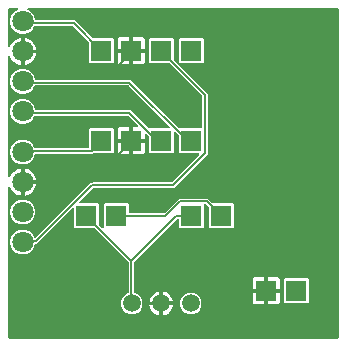
<source format=gbr>
G04 EAGLE Gerber RS-274X export*
G75*
%MOMM*%
%FSLAX34Y34*%
%LPD*%
%INTop Copper*%
%IPPOS*%
%AMOC8*
5,1,8,0,0,1.08239X$1,22.5*%
G01*
%ADD10C,1.800000*%
%ADD11R,1.800000X1.800000*%
%ADD12C,1.508000*%
%ADD13C,0.152400*%

G36*
X289098Y10164D02*
X289098Y10164D01*
X289117Y10162D01*
X289219Y10184D01*
X289321Y10200D01*
X289338Y10210D01*
X289358Y10214D01*
X289447Y10267D01*
X289538Y10316D01*
X289552Y10330D01*
X289569Y10340D01*
X289636Y10419D01*
X289708Y10494D01*
X289716Y10512D01*
X289729Y10527D01*
X289768Y10623D01*
X289811Y10717D01*
X289813Y10737D01*
X289821Y10755D01*
X289839Y10922D01*
X289839Y289078D01*
X289836Y289098D01*
X289838Y289117D01*
X289816Y289219D01*
X289800Y289321D01*
X289790Y289338D01*
X289786Y289358D01*
X289733Y289447D01*
X289684Y289538D01*
X289670Y289552D01*
X289660Y289569D01*
X289581Y289636D01*
X289506Y289708D01*
X289488Y289716D01*
X289473Y289729D01*
X289377Y289768D01*
X289283Y289811D01*
X289263Y289813D01*
X289245Y289821D01*
X289078Y289839D01*
X26972Y289839D01*
X26876Y289824D01*
X26779Y289814D01*
X26755Y289804D01*
X26729Y289800D01*
X26643Y289754D01*
X26554Y289714D01*
X26535Y289697D01*
X26512Y289684D01*
X26445Y289614D01*
X26373Y289548D01*
X26360Y289525D01*
X26342Y289506D01*
X26301Y289418D01*
X26254Y289332D01*
X26250Y289307D01*
X26239Y289283D01*
X26228Y289186D01*
X26211Y289090D01*
X26214Y289064D01*
X26212Y289039D01*
X26232Y288943D01*
X26246Y288847D01*
X26258Y288824D01*
X26264Y288798D01*
X26314Y288715D01*
X26358Y288628D01*
X26377Y288609D01*
X26390Y288587D01*
X26464Y288524D01*
X26533Y288456D01*
X26562Y288440D01*
X26577Y288427D01*
X26608Y288415D01*
X26680Y288375D01*
X28352Y287682D01*
X31312Y284722D01*
X32915Y280853D01*
X32915Y280416D01*
X32918Y280396D01*
X32916Y280377D01*
X32938Y280275D01*
X32954Y280173D01*
X32964Y280156D01*
X32968Y280136D01*
X33021Y280047D01*
X33070Y279956D01*
X33084Y279942D01*
X33094Y279925D01*
X33173Y279858D01*
X33248Y279786D01*
X33266Y279778D01*
X33281Y279765D01*
X33377Y279726D01*
X33471Y279683D01*
X33491Y279681D01*
X33509Y279673D01*
X33676Y279655D01*
X66479Y279655D01*
X81386Y264748D01*
X81460Y264695D01*
X81530Y264635D01*
X81560Y264623D01*
X81586Y264604D01*
X81673Y264577D01*
X81758Y264543D01*
X81799Y264539D01*
X81821Y264532D01*
X81853Y264533D01*
X81924Y264525D01*
X98532Y264525D01*
X99425Y263632D01*
X99425Y244368D01*
X98532Y243475D01*
X79268Y243475D01*
X78375Y244368D01*
X78375Y260976D01*
X78361Y261066D01*
X78353Y261157D01*
X78341Y261186D01*
X78336Y261218D01*
X78293Y261299D01*
X78257Y261383D01*
X78231Y261415D01*
X78220Y261436D01*
X78197Y261458D01*
X78152Y261514D01*
X64808Y274858D01*
X64734Y274911D01*
X64664Y274971D01*
X64634Y274983D01*
X64608Y275002D01*
X64521Y275029D01*
X64436Y275063D01*
X64395Y275067D01*
X64373Y275074D01*
X64341Y275073D01*
X64269Y275081D01*
X32767Y275081D01*
X32652Y275062D01*
X32536Y275045D01*
X32530Y275043D01*
X32524Y275042D01*
X32421Y274987D01*
X32317Y274934D01*
X32312Y274929D01*
X32307Y274926D01*
X32227Y274842D01*
X32144Y274758D01*
X32141Y274752D01*
X32137Y274748D01*
X32129Y274731D01*
X32063Y274611D01*
X31312Y272798D01*
X28352Y269838D01*
X24483Y268235D01*
X20297Y268235D01*
X16428Y269838D01*
X13468Y272798D01*
X11865Y276667D01*
X11865Y280853D01*
X13468Y284722D01*
X16428Y287682D01*
X18100Y288375D01*
X18183Y288426D01*
X18268Y288472D01*
X18286Y288490D01*
X18309Y288504D01*
X18371Y288580D01*
X18438Y288650D01*
X18449Y288674D01*
X18465Y288694D01*
X18500Y288785D01*
X18541Y288873D01*
X18544Y288899D01*
X18554Y288923D01*
X18558Y289021D01*
X18568Y289117D01*
X18563Y289143D01*
X18564Y289169D01*
X18537Y289263D01*
X18516Y289358D01*
X18503Y289380D01*
X18496Y289405D01*
X18440Y289485D01*
X18390Y289569D01*
X18370Y289586D01*
X18355Y289607D01*
X18277Y289666D01*
X18203Y289729D01*
X18179Y289739D01*
X18158Y289754D01*
X18065Y289784D01*
X17975Y289821D01*
X17943Y289824D01*
X17924Y289830D01*
X17891Y289830D01*
X17808Y289839D01*
X10922Y289839D01*
X10902Y289836D01*
X10883Y289838D01*
X10781Y289816D01*
X10679Y289800D01*
X10662Y289790D01*
X10642Y289786D01*
X10553Y289733D01*
X10462Y289684D01*
X10448Y289670D01*
X10431Y289660D01*
X10364Y289581D01*
X10292Y289506D01*
X10284Y289488D01*
X10271Y289473D01*
X10232Y289377D01*
X10189Y289283D01*
X10187Y289263D01*
X10179Y289245D01*
X10161Y289078D01*
X10161Y257875D01*
X10161Y257871D01*
X10161Y257867D01*
X10181Y257748D01*
X10200Y257632D01*
X10202Y257629D01*
X10203Y257625D01*
X10260Y257519D01*
X10316Y257415D01*
X10318Y257412D01*
X10320Y257409D01*
X10408Y257327D01*
X10494Y257246D01*
X10498Y257244D01*
X10501Y257241D01*
X10609Y257192D01*
X10717Y257142D01*
X10721Y257142D01*
X10725Y257140D01*
X10845Y257128D01*
X10961Y257115D01*
X10965Y257116D01*
X10969Y257115D01*
X11085Y257142D01*
X11202Y257167D01*
X11205Y257169D01*
X11209Y257170D01*
X11310Y257232D01*
X11413Y257293D01*
X11416Y257296D01*
X11419Y257298D01*
X11495Y257389D01*
X11573Y257480D01*
X11574Y257484D01*
X11577Y257487D01*
X11646Y257640D01*
X11695Y257790D01*
X12519Y259409D01*
X13587Y260878D01*
X14872Y262163D01*
X16341Y263231D01*
X17960Y264055D01*
X19688Y264617D01*
X20867Y264803D01*
X20867Y254122D01*
X20870Y254102D01*
X20868Y254083D01*
X20890Y253981D01*
X20907Y253879D01*
X20916Y253862D01*
X20920Y253842D01*
X20973Y253753D01*
X21022Y253662D01*
X21036Y253648D01*
X21046Y253631D01*
X21125Y253564D01*
X21200Y253493D01*
X21218Y253484D01*
X21233Y253471D01*
X21329Y253433D01*
X21423Y253389D01*
X21443Y253387D01*
X21461Y253379D01*
X21628Y253361D01*
X22391Y253361D01*
X22391Y253359D01*
X21628Y253359D01*
X21608Y253356D01*
X21589Y253358D01*
X21487Y253336D01*
X21385Y253319D01*
X21368Y253310D01*
X21348Y253306D01*
X21259Y253253D01*
X21168Y253204D01*
X21154Y253190D01*
X21137Y253180D01*
X21070Y253101D01*
X20999Y253026D01*
X20990Y253008D01*
X20977Y252993D01*
X20938Y252897D01*
X20895Y252803D01*
X20893Y252783D01*
X20885Y252765D01*
X20867Y252598D01*
X20867Y241917D01*
X19688Y242103D01*
X17960Y242665D01*
X16341Y243489D01*
X14872Y244557D01*
X13587Y245842D01*
X12519Y247311D01*
X11695Y248930D01*
X11646Y249080D01*
X11644Y249084D01*
X11643Y249088D01*
X11589Y249191D01*
X11533Y249299D01*
X11530Y249302D01*
X11528Y249305D01*
X11443Y249386D01*
X11357Y249470D01*
X11353Y249472D01*
X11350Y249474D01*
X11242Y249524D01*
X11135Y249576D01*
X11131Y249576D01*
X11127Y249578D01*
X11009Y249591D01*
X10890Y249606D01*
X10887Y249605D01*
X10883Y249605D01*
X10765Y249580D01*
X10650Y249556D01*
X10646Y249554D01*
X10642Y249553D01*
X10540Y249492D01*
X10437Y249432D01*
X10434Y249429D01*
X10431Y249427D01*
X10353Y249336D01*
X10275Y249247D01*
X10274Y249243D01*
X10271Y249240D01*
X10226Y249128D01*
X10181Y249019D01*
X10181Y249015D01*
X10179Y249012D01*
X10161Y248845D01*
X10161Y147385D01*
X10161Y147381D01*
X10161Y147377D01*
X10181Y147259D01*
X10200Y147142D01*
X10202Y147139D01*
X10203Y147135D01*
X10260Y147030D01*
X10316Y146925D01*
X10318Y146922D01*
X10320Y146919D01*
X10408Y146837D01*
X10494Y146756D01*
X10498Y146754D01*
X10501Y146751D01*
X10609Y146702D01*
X10717Y146652D01*
X10721Y146651D01*
X10725Y146650D01*
X10845Y146638D01*
X10961Y146625D01*
X10965Y146626D01*
X10969Y146625D01*
X11086Y146652D01*
X11202Y146677D01*
X11205Y146679D01*
X11209Y146680D01*
X11310Y146742D01*
X11413Y146803D01*
X11416Y146806D01*
X11419Y146808D01*
X11496Y146900D01*
X11573Y146990D01*
X11574Y146994D01*
X11577Y146997D01*
X11646Y147150D01*
X11695Y147300D01*
X12519Y148919D01*
X13587Y150388D01*
X14872Y151673D01*
X16341Y152741D01*
X17960Y153565D01*
X19688Y154127D01*
X20867Y154313D01*
X20867Y143632D01*
X20870Y143612D01*
X20868Y143593D01*
X20890Y143491D01*
X20907Y143389D01*
X20916Y143372D01*
X20920Y143352D01*
X20973Y143263D01*
X21022Y143172D01*
X21036Y143158D01*
X21046Y143141D01*
X21125Y143074D01*
X21200Y143003D01*
X21218Y142994D01*
X21233Y142981D01*
X21329Y142943D01*
X21423Y142899D01*
X21443Y142897D01*
X21461Y142889D01*
X21628Y142871D01*
X22391Y142871D01*
X22391Y142869D01*
X21628Y142869D01*
X21608Y142866D01*
X21589Y142868D01*
X21487Y142846D01*
X21385Y142829D01*
X21368Y142820D01*
X21348Y142816D01*
X21259Y142763D01*
X21168Y142714D01*
X21154Y142700D01*
X21137Y142690D01*
X21070Y142611D01*
X20999Y142536D01*
X20990Y142518D01*
X20977Y142503D01*
X20938Y142407D01*
X20895Y142313D01*
X20893Y142293D01*
X20885Y142275D01*
X20867Y142108D01*
X20867Y131427D01*
X19688Y131613D01*
X17960Y132175D01*
X16341Y132999D01*
X14872Y134067D01*
X13587Y135352D01*
X12519Y136821D01*
X11695Y138440D01*
X11646Y138590D01*
X11644Y138594D01*
X11643Y138598D01*
X11588Y138702D01*
X11533Y138809D01*
X11530Y138812D01*
X11528Y138815D01*
X11442Y138897D01*
X11357Y138980D01*
X11353Y138982D01*
X11350Y138984D01*
X11242Y139034D01*
X11135Y139086D01*
X11131Y139086D01*
X11127Y139088D01*
X11009Y139101D01*
X10891Y139116D01*
X10887Y139115D01*
X10883Y139115D01*
X10766Y139090D01*
X10650Y139066D01*
X10646Y139064D01*
X10642Y139063D01*
X10539Y139002D01*
X10437Y138942D01*
X10435Y138939D01*
X10431Y138937D01*
X10352Y138845D01*
X10275Y138757D01*
X10274Y138753D01*
X10271Y138750D01*
X10226Y138637D01*
X10181Y138529D01*
X10181Y138525D01*
X10179Y138522D01*
X10161Y138355D01*
X10161Y10922D01*
X10164Y10902D01*
X10162Y10883D01*
X10184Y10781D01*
X10200Y10679D01*
X10210Y10662D01*
X10214Y10642D01*
X10267Y10553D01*
X10316Y10462D01*
X10330Y10448D01*
X10340Y10431D01*
X10419Y10364D01*
X10494Y10292D01*
X10512Y10284D01*
X10527Y10271D01*
X10623Y10232D01*
X10717Y10189D01*
X10737Y10187D01*
X10755Y10179D01*
X10922Y10161D01*
X289078Y10161D01*
X289098Y10164D01*
G37*
%LPC*%
G36*
X112897Y30935D02*
X112897Y30935D01*
X109565Y32315D01*
X107015Y34865D01*
X105635Y38197D01*
X105635Y41803D01*
X107015Y45135D01*
X109565Y47685D01*
X111543Y48504D01*
X111643Y48566D01*
X111743Y48626D01*
X111747Y48630D01*
X111752Y48634D01*
X111827Y48724D01*
X111903Y48812D01*
X111905Y48818D01*
X111909Y48823D01*
X111951Y48932D01*
X111995Y49041D01*
X111996Y49048D01*
X111997Y49053D01*
X111998Y49071D01*
X112013Y49207D01*
X112013Y74938D01*
X111999Y75028D01*
X111991Y75119D01*
X111979Y75148D01*
X111974Y75180D01*
X111931Y75261D01*
X111895Y75345D01*
X111869Y75377D01*
X111858Y75398D01*
X111835Y75420D01*
X111790Y75476D01*
X83714Y103552D01*
X83640Y103605D01*
X83570Y103665D01*
X83540Y103677D01*
X83514Y103696D01*
X83427Y103723D01*
X83342Y103757D01*
X83301Y103761D01*
X83279Y103768D01*
X83247Y103767D01*
X83176Y103775D01*
X66568Y103775D01*
X65675Y104668D01*
X65675Y120040D01*
X65664Y120110D01*
X65662Y120182D01*
X65644Y120231D01*
X65636Y120282D01*
X65602Y120346D01*
X65577Y120413D01*
X65545Y120454D01*
X65520Y120500D01*
X65468Y120549D01*
X65424Y120605D01*
X65380Y120633D01*
X65342Y120669D01*
X65277Y120699D01*
X65217Y120738D01*
X65166Y120751D01*
X65119Y120773D01*
X65048Y120781D01*
X64978Y120798D01*
X64926Y120794D01*
X64875Y120800D01*
X64804Y120785D01*
X64733Y120779D01*
X64685Y120759D01*
X64634Y120748D01*
X64573Y120711D01*
X64507Y120683D01*
X64451Y120638D01*
X64423Y120621D01*
X64408Y120604D01*
X64376Y120578D01*
X34475Y90677D01*
X33676Y90677D01*
X33656Y90674D01*
X33637Y90676D01*
X33535Y90654D01*
X33433Y90638D01*
X33416Y90628D01*
X33396Y90624D01*
X33307Y90571D01*
X33216Y90522D01*
X33202Y90508D01*
X33185Y90498D01*
X33118Y90419D01*
X33046Y90344D01*
X33038Y90326D01*
X33025Y90311D01*
X32986Y90215D01*
X32943Y90121D01*
X32941Y90101D01*
X32933Y90083D01*
X32924Y89999D01*
X31312Y86108D01*
X28352Y83148D01*
X24483Y81545D01*
X20297Y81545D01*
X16428Y83148D01*
X13468Y86108D01*
X11865Y89977D01*
X11865Y94163D01*
X13468Y98032D01*
X16428Y100992D01*
X20297Y102595D01*
X24483Y102595D01*
X28352Y100992D01*
X31312Y98032D01*
X32062Y96221D01*
X32087Y96182D01*
X32102Y96139D01*
X32151Y96078D01*
X32192Y96012D01*
X32228Y95983D01*
X32256Y95947D01*
X32322Y95905D01*
X32382Y95855D01*
X32424Y95839D01*
X32463Y95814D01*
X32539Y95795D01*
X32611Y95767D01*
X32657Y95765D01*
X32702Y95754D01*
X32779Y95760D01*
X32857Y95756D01*
X32901Y95769D01*
X32947Y95773D01*
X33018Y95803D01*
X33093Y95825D01*
X33131Y95851D01*
X33173Y95869D01*
X33280Y95955D01*
X33295Y95965D01*
X33298Y95969D01*
X33304Y95974D01*
X78262Y140932D01*
X79825Y142495D01*
X148089Y142495D01*
X148180Y142509D01*
X148270Y142517D01*
X148300Y142529D01*
X148332Y142534D01*
X148413Y142577D01*
X148497Y142613D01*
X148529Y142639D01*
X148550Y142650D01*
X148572Y142673D01*
X148628Y142718D01*
X171886Y165976D01*
X171928Y166034D01*
X171977Y166086D01*
X171999Y166133D01*
X172029Y166175D01*
X172050Y166244D01*
X172081Y166309D01*
X172086Y166361D01*
X172102Y166411D01*
X172100Y166482D01*
X172108Y166553D01*
X172097Y166604D01*
X172095Y166656D01*
X172071Y166724D01*
X172056Y166794D01*
X172029Y166839D01*
X172011Y166887D01*
X171966Y166943D01*
X171929Y167005D01*
X171890Y167039D01*
X171857Y167079D01*
X171797Y167118D01*
X171742Y167165D01*
X171694Y167184D01*
X171650Y167212D01*
X171581Y167230D01*
X171514Y167257D01*
X171443Y167265D01*
X171412Y167273D01*
X171388Y167271D01*
X171348Y167275D01*
X155468Y167275D01*
X154575Y168168D01*
X154575Y181727D01*
X154561Y181818D01*
X154553Y181908D01*
X154541Y181938D01*
X154536Y181970D01*
X154493Y182051D01*
X154457Y182135D01*
X154431Y182167D01*
X154420Y182188D01*
X154397Y182210D01*
X154352Y182266D01*
X151524Y185094D01*
X151466Y185136D01*
X151414Y185185D01*
X151367Y185207D01*
X151325Y185237D01*
X151256Y185258D01*
X151191Y185289D01*
X151139Y185294D01*
X151089Y185310D01*
X151018Y185308D01*
X150947Y185316D01*
X150896Y185305D01*
X150844Y185303D01*
X150776Y185279D01*
X150706Y185264D01*
X150661Y185237D01*
X150613Y185219D01*
X150557Y185174D01*
X150495Y185137D01*
X150461Y185098D01*
X150421Y185065D01*
X150382Y185005D01*
X150335Y184950D01*
X150316Y184902D01*
X150288Y184858D01*
X150270Y184789D01*
X150243Y184722D01*
X150235Y184651D01*
X150227Y184620D01*
X150229Y184596D01*
X150225Y184556D01*
X150225Y168168D01*
X149332Y167275D01*
X130068Y167275D01*
X129175Y168168D01*
X129175Y181219D01*
X129161Y181310D01*
X129153Y181400D01*
X129141Y181430D01*
X129136Y181462D01*
X129093Y181543D01*
X129057Y181627D01*
X129031Y181659D01*
X129020Y181680D01*
X128997Y181702D01*
X128952Y181758D01*
X127140Y183570D01*
X127082Y183612D01*
X127030Y183661D01*
X126983Y183683D01*
X126941Y183713D01*
X126872Y183734D01*
X126807Y183765D01*
X126755Y183770D01*
X126705Y183786D01*
X126634Y183784D01*
X126563Y183792D01*
X126512Y183781D01*
X126460Y183779D01*
X126392Y183755D01*
X126322Y183740D01*
X126277Y183713D01*
X126229Y183695D01*
X126173Y183650D01*
X126111Y183613D01*
X126077Y183574D01*
X126037Y183541D01*
X125998Y183481D01*
X125951Y183426D01*
X125932Y183378D01*
X125904Y183334D01*
X125886Y183265D01*
X125859Y183198D01*
X125851Y183127D01*
X125843Y183096D01*
X125845Y183072D01*
X125841Y183032D01*
X125841Y179323D01*
X115823Y179323D01*
X115823Y189341D01*
X119532Y189341D01*
X119602Y189352D01*
X119674Y189354D01*
X119723Y189372D01*
X119774Y189380D01*
X119838Y189414D01*
X119905Y189439D01*
X119946Y189471D01*
X119992Y189496D01*
X120041Y189548D01*
X120097Y189592D01*
X120125Y189636D01*
X120161Y189674D01*
X120191Y189739D01*
X120230Y189799D01*
X120243Y189850D01*
X120265Y189897D01*
X120273Y189968D01*
X120290Y190038D01*
X120286Y190090D01*
X120292Y190141D01*
X120277Y190212D01*
X120271Y190283D01*
X120251Y190331D01*
X120240Y190382D01*
X120203Y190443D01*
X120175Y190509D01*
X120130Y190565D01*
X120113Y190593D01*
X120096Y190608D01*
X120070Y190640D01*
X112052Y198658D01*
X111978Y198711D01*
X111908Y198771D01*
X111878Y198783D01*
X111852Y198802D01*
X111765Y198829D01*
X111680Y198863D01*
X111639Y198867D01*
X111617Y198874D01*
X111585Y198873D01*
X111513Y198881D01*
X32767Y198881D01*
X32652Y198862D01*
X32536Y198845D01*
X32530Y198843D01*
X32524Y198842D01*
X32421Y198787D01*
X32317Y198734D01*
X32312Y198729D01*
X32307Y198726D01*
X32227Y198642D01*
X32144Y198558D01*
X32141Y198552D01*
X32137Y198548D01*
X32129Y198531D01*
X32063Y198411D01*
X31312Y196598D01*
X28352Y193638D01*
X24483Y192035D01*
X20297Y192035D01*
X16428Y193638D01*
X13468Y196598D01*
X11865Y200467D01*
X11865Y204653D01*
X13468Y208522D01*
X16428Y211482D01*
X20297Y213085D01*
X24483Y213085D01*
X28352Y211482D01*
X31312Y208522D01*
X32915Y204653D01*
X32915Y204216D01*
X32918Y204196D01*
X32916Y204177D01*
X32938Y204075D01*
X32954Y203973D01*
X32964Y203956D01*
X32968Y203936D01*
X33021Y203847D01*
X33070Y203756D01*
X33084Y203742D01*
X33094Y203725D01*
X33173Y203658D01*
X33248Y203586D01*
X33266Y203578D01*
X33281Y203565D01*
X33377Y203526D01*
X33471Y203483D01*
X33491Y203481D01*
X33509Y203473D01*
X33676Y203455D01*
X113723Y203455D01*
X128923Y188255D01*
X128939Y188244D01*
X128951Y188228D01*
X129039Y188172D01*
X129122Y188112D01*
X129141Y188106D01*
X129158Y188095D01*
X129258Y188070D01*
X129357Y188039D01*
X129377Y188040D01*
X129397Y188035D01*
X129500Y188043D01*
X129603Y188046D01*
X129622Y188053D01*
X129642Y188054D01*
X129737Y188095D01*
X129834Y188130D01*
X129850Y188143D01*
X129868Y188151D01*
X129999Y188255D01*
X130068Y188325D01*
X146456Y188325D01*
X146526Y188336D01*
X146598Y188338D01*
X146647Y188356D01*
X146698Y188364D01*
X146762Y188398D01*
X146829Y188423D01*
X146870Y188455D01*
X146916Y188480D01*
X146965Y188532D01*
X147021Y188576D01*
X147049Y188620D01*
X147085Y188658D01*
X147115Y188723D01*
X147154Y188783D01*
X147167Y188834D01*
X147189Y188881D01*
X147197Y188952D01*
X147214Y189022D01*
X147210Y189074D01*
X147216Y189125D01*
X147201Y189196D01*
X147195Y189267D01*
X147175Y189315D01*
X147164Y189366D01*
X147127Y189427D01*
X147099Y189493D01*
X147054Y189549D01*
X147037Y189577D01*
X147020Y189592D01*
X146994Y189624D01*
X112052Y224566D01*
X111978Y224619D01*
X111908Y224679D01*
X111878Y224691D01*
X111852Y224710D01*
X111765Y224737D01*
X111680Y224771D01*
X111639Y224775D01*
X111617Y224782D01*
X111585Y224781D01*
X111513Y224789D01*
X32977Y224789D01*
X32862Y224770D01*
X32746Y224753D01*
X32741Y224751D01*
X32734Y224750D01*
X32632Y224695D01*
X32527Y224642D01*
X32523Y224637D01*
X32517Y224634D01*
X32437Y224550D01*
X32355Y224466D01*
X32351Y224460D01*
X32348Y224456D01*
X32340Y224439D01*
X32274Y224319D01*
X31312Y221998D01*
X28352Y219038D01*
X24483Y217435D01*
X20297Y217435D01*
X16428Y219038D01*
X13468Y221998D01*
X11865Y225867D01*
X11865Y230053D01*
X13468Y233922D01*
X16428Y236882D01*
X20297Y238485D01*
X24483Y238485D01*
X28352Y236882D01*
X31312Y233922D01*
X32931Y230014D01*
X32938Y229983D01*
X32954Y229881D01*
X32964Y229864D01*
X32968Y229844D01*
X33021Y229755D01*
X33070Y229664D01*
X33084Y229650D01*
X33094Y229633D01*
X33173Y229566D01*
X33248Y229494D01*
X33266Y229486D01*
X33281Y229473D01*
X33377Y229434D01*
X33471Y229391D01*
X33491Y229389D01*
X33509Y229381D01*
X33676Y229363D01*
X113723Y229363D01*
X154577Y188509D01*
X154593Y188498D01*
X154605Y188482D01*
X154670Y188440D01*
X154713Y188404D01*
X154737Y188394D01*
X154776Y188366D01*
X154795Y188360D01*
X154812Y188349D01*
X154909Y188325D01*
X154941Y188312D01*
X154958Y188310D01*
X155011Y188293D01*
X155031Y188294D01*
X155051Y188289D01*
X155106Y188293D01*
X155108Y188293D01*
X155122Y188293D01*
X155138Y188296D01*
X155154Y188297D01*
X155257Y188300D01*
X155276Y188307D01*
X155296Y188308D01*
X155335Y188325D01*
X173736Y188325D01*
X173756Y188328D01*
X173775Y188326D01*
X173877Y188348D01*
X173979Y188364D01*
X173996Y188374D01*
X174016Y188378D01*
X174105Y188431D01*
X174196Y188480D01*
X174210Y188494D01*
X174227Y188504D01*
X174294Y188583D01*
X174366Y188658D01*
X174374Y188676D01*
X174387Y188691D01*
X174426Y188787D01*
X174469Y188881D01*
X174471Y188901D01*
X174479Y188919D01*
X174497Y189086D01*
X174497Y215145D01*
X174483Y215236D01*
X174475Y215326D01*
X174463Y215356D01*
X174458Y215388D01*
X174415Y215469D01*
X174379Y215553D01*
X174353Y215585D01*
X174342Y215606D01*
X174319Y215628D01*
X174274Y215684D01*
X146706Y243252D01*
X146632Y243305D01*
X146562Y243365D01*
X146532Y243377D01*
X146506Y243396D01*
X146419Y243423D01*
X146334Y243457D01*
X146293Y243461D01*
X146271Y243468D01*
X146239Y243467D01*
X146168Y243475D01*
X130068Y243475D01*
X129175Y244368D01*
X129175Y263632D01*
X130068Y264525D01*
X149332Y264525D01*
X150225Y263632D01*
X150225Y246516D01*
X150239Y246426D01*
X150247Y246335D01*
X150259Y246306D01*
X150264Y246274D01*
X150307Y246193D01*
X150343Y246109D01*
X150369Y246077D01*
X150380Y246056D01*
X150403Y246034D01*
X150448Y245978D01*
X179071Y217355D01*
X179071Y166693D01*
X150299Y137921D01*
X82035Y137921D01*
X81944Y137907D01*
X81854Y137899D01*
X81824Y137887D01*
X81792Y137882D01*
X81711Y137839D01*
X81627Y137803D01*
X81595Y137777D01*
X81574Y137766D01*
X81552Y137743D01*
X81496Y137698D01*
X69922Y126124D01*
X69880Y126066D01*
X69831Y126014D01*
X69809Y125967D01*
X69779Y125925D01*
X69758Y125856D01*
X69727Y125791D01*
X69722Y125739D01*
X69706Y125689D01*
X69708Y125618D01*
X69700Y125547D01*
X69711Y125496D01*
X69713Y125444D01*
X69737Y125376D01*
X69752Y125306D01*
X69779Y125261D01*
X69797Y125213D01*
X69842Y125157D01*
X69879Y125095D01*
X69918Y125061D01*
X69951Y125021D01*
X70011Y124982D01*
X70066Y124935D01*
X70114Y124916D01*
X70158Y124888D01*
X70227Y124870D01*
X70294Y124843D01*
X70365Y124835D01*
X70396Y124827D01*
X70420Y124829D01*
X70460Y124825D01*
X85832Y124825D01*
X86725Y123932D01*
X86725Y107324D01*
X86739Y107234D01*
X86747Y107143D01*
X86759Y107114D01*
X86764Y107082D01*
X86807Y107001D01*
X86843Y106917D01*
X86869Y106885D01*
X86880Y106864D01*
X86903Y106842D01*
X86948Y106786D01*
X89776Y103958D01*
X89834Y103916D01*
X89886Y103867D01*
X89933Y103845D01*
X89975Y103815D01*
X90044Y103794D01*
X90109Y103763D01*
X90161Y103758D01*
X90211Y103742D01*
X90282Y103744D01*
X90353Y103736D01*
X90404Y103747D01*
X90456Y103749D01*
X90524Y103773D01*
X90594Y103788D01*
X90638Y103815D01*
X90687Y103833D01*
X90743Y103878D01*
X90805Y103915D01*
X90839Y103954D01*
X90879Y103987D01*
X90918Y104047D01*
X90965Y104102D01*
X90984Y104150D01*
X91012Y104194D01*
X91030Y104263D01*
X91057Y104330D01*
X91065Y104401D01*
X91073Y104432D01*
X91071Y104456D01*
X91075Y104496D01*
X91075Y123932D01*
X91968Y124825D01*
X111232Y124825D01*
X112125Y123932D01*
X112125Y117348D01*
X112128Y117328D01*
X112126Y117309D01*
X112148Y117207D01*
X112164Y117105D01*
X112174Y117088D01*
X112178Y117068D01*
X112231Y116979D01*
X112280Y116888D01*
X112294Y116874D01*
X112304Y116857D01*
X112383Y116790D01*
X112458Y116718D01*
X112476Y116710D01*
X112491Y116697D01*
X112587Y116658D01*
X112681Y116615D01*
X112701Y116613D01*
X112719Y116605D01*
X112886Y116587D01*
X141993Y116587D01*
X142084Y116601D01*
X142174Y116609D01*
X142204Y116621D01*
X142236Y116626D01*
X142317Y116669D01*
X142401Y116705D01*
X142433Y116731D01*
X142454Y116742D01*
X142476Y116765D01*
X142532Y116810D01*
X154501Y128779D01*
X179255Y128779D01*
X182986Y125048D01*
X183060Y124995D01*
X183130Y124935D01*
X183160Y124923D01*
X183186Y124904D01*
X183273Y124877D01*
X183358Y124843D01*
X183399Y124839D01*
X183421Y124832D01*
X183453Y124833D01*
X183525Y124825D01*
X200132Y124825D01*
X201025Y123932D01*
X201025Y104668D01*
X200132Y103775D01*
X180868Y103775D01*
X179975Y104668D01*
X179975Y121275D01*
X179961Y121366D01*
X179953Y121456D01*
X179941Y121486D01*
X179936Y121518D01*
X179893Y121599D01*
X179857Y121683D01*
X179831Y121715D01*
X179820Y121736D01*
X179797Y121758D01*
X179768Y121794D01*
X179752Y121814D01*
X177584Y123982D01*
X177510Y124035D01*
X177440Y124095D01*
X177410Y124107D01*
X177384Y124126D01*
X177297Y124153D01*
X177212Y124187D01*
X177171Y124191D01*
X177149Y124198D01*
X177117Y124197D01*
X177045Y124205D01*
X176386Y124205D01*
X176366Y124202D01*
X176347Y124204D01*
X176245Y124182D01*
X176143Y124166D01*
X176126Y124156D01*
X176106Y124152D01*
X176017Y124099D01*
X175926Y124050D01*
X175912Y124036D01*
X175895Y124026D01*
X175828Y123947D01*
X175756Y123872D01*
X175748Y123854D01*
X175735Y123839D01*
X175696Y123743D01*
X175653Y123649D01*
X175651Y123629D01*
X175643Y123611D01*
X175625Y123444D01*
X175625Y104668D01*
X174732Y103775D01*
X155468Y103775D01*
X154575Y104668D01*
X154575Y111252D01*
X154572Y111272D01*
X154574Y111291D01*
X154552Y111393D01*
X154536Y111495D01*
X154526Y111512D01*
X154522Y111532D01*
X154469Y111621D01*
X154420Y111712D01*
X154406Y111726D01*
X154396Y111743D01*
X154317Y111810D01*
X154242Y111882D01*
X154224Y111890D01*
X154209Y111903D01*
X154113Y111942D01*
X154019Y111985D01*
X153999Y111987D01*
X153981Y111995D01*
X153814Y112013D01*
X153663Y112013D01*
X153572Y111999D01*
X153482Y111991D01*
X153452Y111979D01*
X153420Y111974D01*
X153339Y111931D01*
X153255Y111895D01*
X153223Y111869D01*
X153202Y111858D01*
X153180Y111835D01*
X153124Y111790D01*
X116810Y75476D01*
X116757Y75402D01*
X116697Y75332D01*
X116685Y75302D01*
X116666Y75276D01*
X116639Y75189D01*
X116605Y75104D01*
X116601Y75063D01*
X116594Y75041D01*
X116595Y75009D01*
X116587Y74937D01*
X116587Y49539D01*
X116606Y49424D01*
X116623Y49308D01*
X116625Y49302D01*
X116626Y49296D01*
X116681Y49193D01*
X116734Y49089D01*
X116739Y49084D01*
X116742Y49079D01*
X116826Y48999D01*
X116910Y48916D01*
X116916Y48913D01*
X116920Y48909D01*
X116937Y48901D01*
X117057Y48835D01*
X119835Y47685D01*
X122385Y45135D01*
X123765Y41803D01*
X123765Y38197D01*
X122385Y34865D01*
X119835Y32315D01*
X116503Y30935D01*
X112897Y30935D01*
G37*
%LPD*%
%LPC*%
G36*
X20297Y157745D02*
X20297Y157745D01*
X16428Y159348D01*
X13468Y162308D01*
X11865Y166177D01*
X11865Y170363D01*
X13468Y174232D01*
X16428Y177192D01*
X20297Y178795D01*
X24483Y178795D01*
X28352Y177192D01*
X31312Y174232D01*
X32270Y171921D01*
X32332Y171821D01*
X32391Y171721D01*
X32396Y171717D01*
X32399Y171712D01*
X32490Y171637D01*
X32578Y171561D01*
X32584Y171559D01*
X32589Y171555D01*
X32697Y171513D01*
X32806Y171469D01*
X32814Y171468D01*
X32818Y171467D01*
X32837Y171466D01*
X32973Y171451D01*
X77614Y171451D01*
X77634Y171454D01*
X77653Y171452D01*
X77755Y171474D01*
X77857Y171490D01*
X77874Y171500D01*
X77894Y171504D01*
X77983Y171557D01*
X78074Y171606D01*
X78088Y171620D01*
X78105Y171630D01*
X78172Y171709D01*
X78244Y171784D01*
X78252Y171802D01*
X78265Y171817D01*
X78304Y171913D01*
X78347Y172007D01*
X78349Y172027D01*
X78357Y172045D01*
X78375Y172212D01*
X78375Y187432D01*
X79268Y188325D01*
X98532Y188325D01*
X99425Y187432D01*
X99425Y168168D01*
X98532Y167275D01*
X82433Y167275D01*
X82342Y167261D01*
X82252Y167253D01*
X82222Y167241D01*
X82190Y167236D01*
X82109Y167193D01*
X82025Y167157D01*
X81993Y167131D01*
X81972Y167120D01*
X81950Y167097D01*
X81894Y167052D01*
X81719Y166877D01*
X33676Y166877D01*
X33656Y166874D01*
X33637Y166876D01*
X33535Y166854D01*
X33433Y166838D01*
X33416Y166828D01*
X33396Y166824D01*
X33307Y166771D01*
X33216Y166722D01*
X33202Y166708D01*
X33185Y166698D01*
X33118Y166619D01*
X33046Y166544D01*
X33038Y166526D01*
X33025Y166511D01*
X32986Y166415D01*
X32943Y166321D01*
X32941Y166301D01*
X32933Y166283D01*
X32924Y166199D01*
X31312Y162308D01*
X28352Y159348D01*
X24483Y157745D01*
X20297Y157745D01*
G37*
%LPD*%
%LPC*%
G36*
X155468Y243475D02*
X155468Y243475D01*
X154575Y244368D01*
X154575Y263632D01*
X155468Y264525D01*
X174732Y264525D01*
X175625Y263632D01*
X175625Y244368D01*
X174732Y243475D01*
X155468Y243475D01*
G37*
%LPD*%
%LPC*%
G36*
X244368Y40275D02*
X244368Y40275D01*
X243475Y41168D01*
X243475Y60432D01*
X244368Y61325D01*
X263632Y61325D01*
X264525Y60432D01*
X264525Y41168D01*
X263632Y40275D01*
X244368Y40275D01*
G37*
%LPD*%
%LPC*%
G36*
X20297Y106945D02*
X20297Y106945D01*
X16428Y108548D01*
X13468Y111508D01*
X11865Y115377D01*
X11865Y119563D01*
X13468Y123432D01*
X16428Y126392D01*
X20297Y127995D01*
X24483Y127995D01*
X28352Y126392D01*
X31312Y123432D01*
X32915Y119563D01*
X32915Y115377D01*
X31312Y111508D01*
X28352Y108548D01*
X24483Y106945D01*
X20297Y106945D01*
G37*
%LPD*%
%LPC*%
G36*
X162897Y30935D02*
X162897Y30935D01*
X159565Y32315D01*
X157015Y34865D01*
X155635Y38197D01*
X155635Y41803D01*
X157015Y45135D01*
X159565Y47685D01*
X162897Y49065D01*
X166503Y49065D01*
X169835Y47685D01*
X172385Y45135D01*
X173765Y41803D01*
X173765Y38197D01*
X172385Y34865D01*
X169835Y32315D01*
X166503Y30935D01*
X162897Y30935D01*
G37*
%LPD*%
%LPC*%
G36*
X115823Y255523D02*
X115823Y255523D01*
X115823Y265541D01*
X123634Y265541D01*
X124281Y265368D01*
X124860Y265033D01*
X125333Y264560D01*
X125668Y263981D01*
X125841Y263334D01*
X125841Y255523D01*
X115823Y255523D01*
G37*
%LPD*%
%LPC*%
G36*
X230123Y52323D02*
X230123Y52323D01*
X230123Y62341D01*
X237934Y62341D01*
X238581Y62168D01*
X239160Y61833D01*
X239633Y61360D01*
X239968Y60781D01*
X240141Y60134D01*
X240141Y52323D01*
X230123Y52323D01*
G37*
%LPD*%
%LPC*%
G36*
X102759Y255523D02*
X102759Y255523D01*
X102759Y263334D01*
X102932Y263981D01*
X103267Y264560D01*
X103740Y265033D01*
X104319Y265368D01*
X104966Y265541D01*
X112777Y265541D01*
X112777Y255523D01*
X102759Y255523D01*
G37*
%LPD*%
%LPC*%
G36*
X102759Y179323D02*
X102759Y179323D01*
X102759Y187134D01*
X102932Y187781D01*
X103267Y188360D01*
X103740Y188833D01*
X104319Y189168D01*
X104966Y189341D01*
X112777Y189341D01*
X112777Y179323D01*
X102759Y179323D01*
G37*
%LPD*%
%LPC*%
G36*
X217059Y52323D02*
X217059Y52323D01*
X217059Y60134D01*
X217232Y60781D01*
X217567Y61360D01*
X218040Y61833D01*
X218619Y62168D01*
X219266Y62341D01*
X227077Y62341D01*
X227077Y52323D01*
X217059Y52323D01*
G37*
%LPD*%
%LPC*%
G36*
X115823Y242459D02*
X115823Y242459D01*
X115823Y252477D01*
X125841Y252477D01*
X125841Y244665D01*
X125668Y244019D01*
X125333Y243440D01*
X124860Y242967D01*
X124281Y242632D01*
X123634Y242459D01*
X115823Y242459D01*
G37*
%LPD*%
%LPC*%
G36*
X115823Y166259D02*
X115823Y166259D01*
X115823Y176277D01*
X125841Y176277D01*
X125841Y168466D01*
X125668Y167819D01*
X125333Y167240D01*
X124860Y166767D01*
X124281Y166432D01*
X123634Y166259D01*
X115823Y166259D01*
G37*
%LPD*%
%LPC*%
G36*
X230123Y39259D02*
X230123Y39259D01*
X230123Y49277D01*
X240141Y49277D01*
X240141Y41466D01*
X239968Y40819D01*
X239633Y40240D01*
X239160Y39767D01*
X238581Y39432D01*
X237934Y39259D01*
X230123Y39259D01*
G37*
%LPD*%
%LPC*%
G36*
X104966Y242459D02*
X104966Y242459D01*
X104319Y242632D01*
X103740Y242967D01*
X103267Y243440D01*
X102932Y244019D01*
X102759Y244665D01*
X102759Y252477D01*
X112777Y252477D01*
X112777Y242459D01*
X104966Y242459D01*
G37*
%LPD*%
%LPC*%
G36*
X104966Y166259D02*
X104966Y166259D01*
X104319Y166432D01*
X103740Y166767D01*
X103267Y167240D01*
X102932Y167819D01*
X102759Y168466D01*
X102759Y176277D01*
X112777Y176277D01*
X112777Y166259D01*
X104966Y166259D01*
G37*
%LPD*%
%LPC*%
G36*
X219266Y39259D02*
X219266Y39259D01*
X218619Y39432D01*
X218040Y39767D01*
X217567Y40240D01*
X217232Y40819D01*
X217059Y41466D01*
X217059Y49277D01*
X227077Y49277D01*
X227077Y39259D01*
X219266Y39259D01*
G37*
%LPD*%
%LPC*%
G36*
X23913Y254883D02*
X23913Y254883D01*
X23913Y264803D01*
X25092Y264617D01*
X26820Y264055D01*
X28439Y263231D01*
X29908Y262163D01*
X31193Y260878D01*
X32261Y259409D01*
X33085Y257790D01*
X33647Y256062D01*
X33833Y254883D01*
X23913Y254883D01*
G37*
%LPD*%
%LPC*%
G36*
X23913Y144393D02*
X23913Y144393D01*
X23913Y154313D01*
X25092Y154127D01*
X26820Y153565D01*
X28439Y152741D01*
X29908Y151673D01*
X31193Y150388D01*
X32261Y148919D01*
X33085Y147300D01*
X33647Y145572D01*
X33833Y144393D01*
X23913Y144393D01*
G37*
%LPD*%
%LPC*%
G36*
X23913Y251837D02*
X23913Y251837D01*
X33833Y251837D01*
X33647Y250658D01*
X33085Y248930D01*
X32261Y247311D01*
X31193Y245842D01*
X29908Y244557D01*
X28439Y243489D01*
X26820Y242665D01*
X25092Y242103D01*
X23913Y241917D01*
X23913Y251837D01*
G37*
%LPD*%
%LPC*%
G36*
X23913Y141347D02*
X23913Y141347D01*
X33833Y141347D01*
X33647Y140168D01*
X33085Y138440D01*
X32261Y136821D01*
X31193Y135352D01*
X29908Y134067D01*
X28439Y132999D01*
X26820Y132175D01*
X25092Y131613D01*
X23913Y131427D01*
X23913Y141347D01*
G37*
%LPD*%
%LPC*%
G36*
X141223Y41523D02*
X141223Y41523D01*
X141223Y49965D01*
X142061Y49833D01*
X143570Y49342D01*
X144983Y48622D01*
X146267Y47689D01*
X147389Y46567D01*
X148322Y45283D01*
X149042Y43870D01*
X149533Y42361D01*
X149665Y41523D01*
X141223Y41523D01*
G37*
%LPD*%
%LPC*%
G36*
X129735Y41523D02*
X129735Y41523D01*
X129867Y42361D01*
X130358Y43870D01*
X131078Y45283D01*
X132011Y46567D01*
X133133Y47689D01*
X134417Y48622D01*
X135830Y49342D01*
X137339Y49833D01*
X138177Y49965D01*
X138177Y41523D01*
X129735Y41523D01*
G37*
%LPD*%
%LPC*%
G36*
X141223Y38477D02*
X141223Y38477D01*
X149665Y38477D01*
X149533Y37639D01*
X149042Y36130D01*
X148322Y34717D01*
X147389Y33433D01*
X146267Y32311D01*
X144983Y31378D01*
X143570Y30658D01*
X142061Y30167D01*
X141223Y30035D01*
X141223Y38477D01*
G37*
%LPD*%
%LPC*%
G36*
X137339Y30167D02*
X137339Y30167D01*
X135830Y30658D01*
X134417Y31378D01*
X133133Y32311D01*
X132011Y33433D01*
X131078Y34717D01*
X130358Y36130D01*
X129867Y37639D01*
X129735Y38477D01*
X138177Y38477D01*
X138177Y30035D01*
X137339Y30167D01*
G37*
%LPD*%
%LPC*%
G36*
X114299Y253999D02*
X114299Y253999D01*
X114299Y254001D01*
X114301Y254001D01*
X114301Y253999D01*
X114299Y253999D01*
G37*
%LPD*%
%LPC*%
G36*
X114299Y177799D02*
X114299Y177799D01*
X114299Y177801D01*
X114301Y177801D01*
X114301Y177799D01*
X114299Y177799D01*
G37*
%LPD*%
%LPC*%
G36*
X228599Y50799D02*
X228599Y50799D01*
X228599Y50801D01*
X228601Y50801D01*
X228601Y50799D01*
X228599Y50799D01*
G37*
%LPD*%
%LPC*%
G36*
X139699Y39999D02*
X139699Y39999D01*
X139699Y40001D01*
X139701Y40001D01*
X139701Y39999D01*
X139699Y39999D01*
G37*
%LPD*%
D10*
X22390Y168270D03*
X22390Y142870D03*
X22390Y117470D03*
X22390Y92070D03*
X22390Y278760D03*
X22390Y253360D03*
X22390Y227960D03*
X22390Y202560D03*
D11*
X254000Y50800D03*
X228600Y50800D03*
D12*
X139700Y40000D03*
X164700Y40000D03*
X114700Y40000D03*
D11*
X165100Y254000D03*
X139700Y254000D03*
X88900Y254000D03*
X114300Y254000D03*
X165100Y177800D03*
X139700Y177800D03*
X88900Y177800D03*
X114300Y177800D03*
X101600Y114300D03*
X76200Y114300D03*
X190500Y114300D03*
X165100Y114300D03*
D13*
X33528Y92964D02*
X22860Y92964D01*
X33528Y92964D02*
X80772Y140208D01*
X149352Y140208D01*
X176784Y167640D01*
X176784Y216408D01*
X140208Y252984D01*
X22860Y92964D02*
X22390Y92070D01*
X140208Y252984D02*
X139700Y254000D01*
X138684Y178308D02*
X135636Y178308D01*
X112776Y201168D01*
X22860Y201168D01*
X138684Y178308D02*
X139700Y177800D01*
X22860Y201168D02*
X22390Y202560D01*
X161544Y178308D02*
X164592Y178308D01*
X161544Y178308D02*
X112776Y227076D01*
X22860Y227076D01*
X164592Y178308D02*
X165100Y177800D01*
X22860Y227076D02*
X22390Y227960D01*
X22860Y169164D02*
X80772Y169164D01*
X88392Y176784D01*
X22860Y169164D02*
X22390Y168270D01*
X88392Y176784D02*
X88900Y177800D01*
X65532Y277368D02*
X22860Y277368D01*
X65532Y277368D02*
X88900Y254000D01*
X22860Y277368D02*
X22390Y278760D01*
X22860Y252984D02*
X68580Y252984D01*
X79248Y242316D01*
X103632Y242316D01*
X114300Y252984D01*
X22860Y252984D02*
X22390Y253360D01*
X114300Y252984D02*
X114300Y254000D01*
X140208Y41148D02*
X150876Y41148D01*
X160020Y50292D01*
X228600Y50292D01*
X140208Y41148D02*
X139700Y40000D01*
X228600Y50292D02*
X228600Y50800D01*
X80772Y143256D02*
X22860Y143256D01*
X80772Y143256D02*
X114300Y176784D01*
X22860Y143256D02*
X22390Y142870D01*
X114300Y176784D02*
X114300Y177800D01*
X114300Y76200D02*
X114300Y41148D01*
X114300Y76200D02*
X76200Y114300D01*
X114300Y41148D02*
X114700Y40000D01*
X152400Y114300D02*
X165100Y114300D01*
X152400Y114300D02*
X114300Y76200D01*
X101600Y114300D02*
X143256Y114300D01*
X155448Y126492D01*
X178308Y126492D01*
X190500Y114300D01*
M02*

</source>
